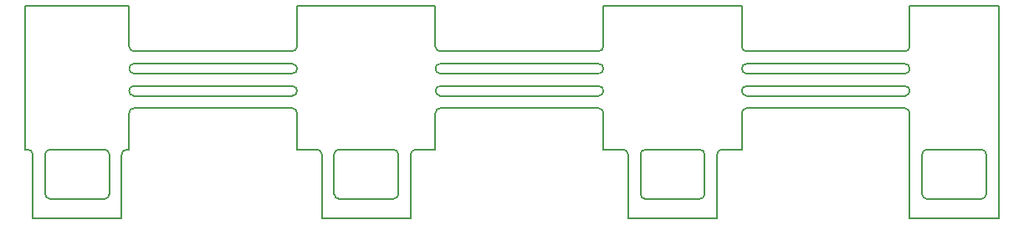
<source format=gm1>
G04 #@! TF.GenerationSoftware,KiCad,Pcbnew,(5.99.0-2415-gbbdd3fce7)*
G04 #@! TF.CreationDate,2020-08-31T16:00:49-07:00*
G04 #@! TF.ProjectId,VineHoop_Islands,56696e65-486f-46f7-905f-49736c616e64,rev?*
G04 #@! TF.SameCoordinates,Original*
G04 #@! TF.FileFunction,Profile,NP*
%FSLAX46Y46*%
G04 Gerber Fmt 4.6, Leading zero omitted, Abs format (unit mm)*
G04 Created by KiCad (PCBNEW (5.99.0-2415-gbbdd3fce7)) date 2020-08-31 16:00:49*
%MOMM*%
%LPD*%
G01*
G04 APERTURE LIST*
G04 #@! TA.AperFunction,Profile*
%ADD10C,0.200000*%
G04 #@! TD*
G04 APERTURE END LIST*
D10*
X214250000Y-72799570D02*
X223250000Y-72799570D01*
X223250000Y-72799570D02*
X223250000Y-51299570D01*
X197750000Y-59364276D02*
X213750000Y-59364276D01*
X213750000Y-59364276D02*
G75*
G02*
X213750000Y-60364276I0J-500000D01*
G01*
X197750000Y-60364276D02*
X213750000Y-60364276D01*
X197750000Y-60364276D02*
G75*
G02*
X197750000Y-59364276I0J500000D01*
G01*
X197750000Y-57114276D02*
X213750000Y-57114276D01*
X213750000Y-57114276D02*
G75*
G02*
X213750000Y-58114276I0J-500000D01*
G01*
X197750000Y-58114276D02*
X213750000Y-58114276D01*
X197750000Y-58114276D02*
G75*
G02*
X197750000Y-57114276I0J500000D01*
G01*
X166750000Y-59364276D02*
X182750000Y-59364276D01*
X182750000Y-59364276D02*
G75*
G02*
X182750000Y-60364276I0J-500000D01*
G01*
X166750000Y-60364276D02*
X182750000Y-60364276D01*
X166750000Y-60364276D02*
G75*
G02*
X166750000Y-59364276I0J500000D01*
G01*
X166750000Y-57114276D02*
X182750000Y-57114276D01*
X182750000Y-57114276D02*
G75*
G02*
X182750000Y-58114276I0J-500000D01*
G01*
X166750000Y-58114276D02*
X182750000Y-58114276D01*
X166750000Y-58114276D02*
G75*
G02*
X166750000Y-57114276I0J500000D01*
G01*
X133250000Y-70299570D02*
G75*
G02*
X132750000Y-70799570I-500000J0D01*
G01*
X127250000Y-70799570D02*
X132750000Y-70799570D01*
X127250000Y-70799570D02*
G75*
G02*
X126750000Y-70299570I0J500000D01*
G01*
X126750000Y-70299570D02*
X126750000Y-66299570D01*
X126750000Y-66299570D02*
G75*
G02*
X127250000Y-65799570I500000J0D01*
G01*
X127250000Y-65799570D02*
X132750000Y-65799570D01*
X132750000Y-65799570D02*
G75*
G02*
X133250000Y-66299570I0J-500000D01*
G01*
X133250000Y-70299570D02*
X133250000Y-66299570D01*
X135750000Y-59364276D02*
X151750000Y-59364276D01*
X151750000Y-59364276D02*
G75*
G02*
X151750000Y-60364276I0J-500000D01*
G01*
X135750000Y-60364276D02*
X151750000Y-60364276D01*
X135750000Y-60364276D02*
G75*
G02*
X135750000Y-59364276I0J500000D01*
G01*
X151750000Y-57114276D02*
G75*
G02*
X151750000Y-58114276I0J-500000D01*
G01*
X135750000Y-58114276D02*
X151750000Y-58114276D01*
X135750000Y-58114276D02*
G75*
G02*
X135750000Y-57114276I0J500000D01*
G01*
X135750000Y-57114276D02*
X151750000Y-57114276D01*
X162500000Y-70299570D02*
G75*
G02*
X162000000Y-70799570I-500000J0D01*
G01*
X156500000Y-70799570D02*
X162000000Y-70799570D01*
X156500000Y-70799570D02*
G75*
G02*
X156000000Y-70299570I0J500000D01*
G01*
X156000000Y-70299570D02*
X156000000Y-66299570D01*
X156000000Y-66299570D02*
G75*
G02*
X156500000Y-65799570I500000J0D01*
G01*
X156500000Y-65799570D02*
X162000000Y-65799570D01*
X162000000Y-65799570D02*
G75*
G02*
X162500000Y-66299570I0J-500000D01*
G01*
X162500000Y-70299570D02*
X162500000Y-66299570D01*
X193500000Y-70299570D02*
G75*
G02*
X193000000Y-70799570I-500000J0D01*
G01*
X187500000Y-70799570D02*
X193000000Y-70799570D01*
X187500000Y-70799570D02*
G75*
G02*
X187000000Y-70299570I0J500000D01*
G01*
X187000000Y-70299570D02*
X187000000Y-66299570D01*
X187000000Y-66299570D02*
G75*
G02*
X187500000Y-65799570I500000J0D01*
G01*
X187500000Y-65799570D02*
X193000000Y-65799570D01*
X193000000Y-65799570D02*
G75*
G02*
X193500000Y-66299570I0J-500000D01*
G01*
X193500000Y-70299570D02*
X193500000Y-66299570D01*
X222000000Y-70299570D02*
G75*
G02*
X221500000Y-70799570I-500000J0D01*
G01*
X216000000Y-70799570D02*
X221500000Y-70799570D01*
X216000000Y-70799570D02*
G75*
G02*
X215500000Y-70299570I0J500000D01*
G01*
X215500000Y-70299570D02*
X215500000Y-66299570D01*
X215500000Y-66299570D02*
G75*
G02*
X216000000Y-65799570I500000J0D01*
G01*
X216000000Y-65799570D02*
X221500000Y-65799570D01*
X221500000Y-65799570D02*
G75*
G02*
X222000000Y-66299570I0J-500000D01*
G01*
X222000000Y-70299570D02*
X222000000Y-66299570D01*
X214250000Y-51299570D02*
X223250000Y-51299570D01*
X214250000Y-55364276D02*
X214250000Y-51299570D01*
X214250000Y-55364276D02*
G75*
G02*
X213750000Y-55864276I-500000J0D01*
G01*
X197750000Y-55864276D02*
X213750000Y-55864276D01*
X197750000Y-55864276D02*
G75*
G02*
X197250000Y-55364276I0J500000D01*
G01*
X197250000Y-55364276D02*
X197250000Y-51299570D01*
X183250000Y-51299570D02*
X197250000Y-51299570D01*
X183250000Y-55364276D02*
X183250000Y-51299570D01*
X183250000Y-55364276D02*
G75*
G02*
X182750000Y-55864276I-500000J0D01*
G01*
X166750000Y-55864276D02*
X182750000Y-55864276D01*
X166750000Y-55864276D02*
G75*
G02*
X166250000Y-55364276I0J500000D01*
G01*
X166250000Y-55364276D02*
X166250000Y-51299570D01*
X152250000Y-51299570D02*
X166250000Y-51299570D01*
X152250000Y-55364276D02*
X152250000Y-51299570D01*
X152250000Y-55364276D02*
G75*
G02*
X151750000Y-55864276I-500000J0D01*
G01*
X135750000Y-55864276D02*
X151750000Y-55864276D01*
X135750000Y-55864277D02*
G75*
G02*
X135249999Y-55364276I0J500001D01*
G01*
X135250000Y-51299570D02*
X135250000Y-55364276D01*
X124750000Y-51299570D02*
X135250000Y-51299570D01*
X124750000Y-51299570D02*
X124750000Y-65799570D01*
X124750000Y-65799570D02*
X125000000Y-65799570D01*
X125000000Y-65799570D02*
G75*
G02*
X125500000Y-66299570I0J-500000D01*
G01*
X125500000Y-66299570D02*
X125500000Y-72799570D01*
X125500000Y-72799570D02*
X134500000Y-72799570D01*
X134500000Y-66299570D02*
X134500000Y-72799570D01*
X134500000Y-66299570D02*
G75*
G02*
X135000000Y-65799570I500000J0D01*
G01*
X135000000Y-65799570D02*
X135250000Y-65799570D01*
X135250000Y-62114276D02*
X135250000Y-65799570D01*
X135250000Y-62114276D02*
G75*
G02*
X135750000Y-61614276I500000J0D01*
G01*
X135750000Y-61614276D02*
X151750000Y-61614276D01*
X151750000Y-61614276D02*
G75*
G02*
X152250000Y-62114276I0J-500000D01*
G01*
X152250000Y-65799570D02*
X152250000Y-62114276D01*
X152250000Y-65799570D02*
X154250000Y-65799570D01*
X154250000Y-65799570D02*
G75*
G02*
X154750000Y-66299570I0J-500000D01*
G01*
X154750000Y-66299570D02*
X154750000Y-72799570D01*
X154750000Y-72799570D02*
X163750000Y-72799570D01*
X163750000Y-66299570D02*
X163750000Y-72799570D01*
X163750000Y-66299570D02*
G75*
G02*
X164250000Y-65799570I500000J0D01*
G01*
X164250000Y-65799570D02*
X166250000Y-65799570D01*
X166250000Y-65799570D02*
X166250000Y-62114276D01*
X166250000Y-62114276D02*
G75*
G02*
X166750000Y-61614276I500000J0D01*
G01*
X166750000Y-61614276D02*
X182750000Y-61614276D01*
X182750000Y-61614276D02*
G75*
G02*
X183250000Y-62114276I0J-500000D01*
G01*
X183250000Y-65799570D02*
X183250000Y-62114276D01*
X183250000Y-65799570D02*
X185250000Y-65799570D01*
X185250000Y-65799570D02*
G75*
G02*
X185750000Y-66299570I0J-500000D01*
G01*
X185750000Y-66299570D02*
X185750000Y-72799570D01*
X185750000Y-72799570D02*
X194750000Y-72799570D01*
X194750000Y-66299570D02*
X194750000Y-72799570D01*
X213750000Y-61614276D02*
G75*
G02*
X214250000Y-62114276I0J-500000D01*
G01*
X197250000Y-65799570D02*
X197250000Y-62114276D01*
X197250000Y-62114276D02*
G75*
G02*
X197750000Y-61614276I500000J0D01*
G01*
X194750000Y-66299570D02*
G75*
G02*
X195250000Y-65799570I500000J0D01*
G01*
X195250000Y-65799570D02*
X197250000Y-65799570D01*
X214250000Y-72799570D02*
X214250000Y-62114276D01*
X197750000Y-61614276D02*
X213750000Y-61614276D01*
M02*

</source>
